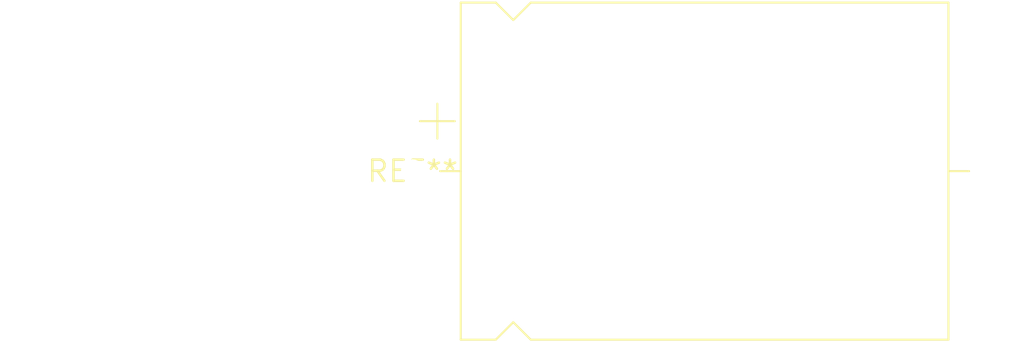
<source format=kicad_pcb>
(kicad_pcb (version 20240108) (generator pcbnew)
  (layers (0 "F.Cu" signal) (31 "B.Cu" signal) (34 "B.Paste" user) (35 "F.Paste" user) (36 "B.SilkS" user "B.Silkscreen") (37 "F.SilkS" user "F.Silkscreen") (38 "B.Mask" user) (39 "F.Mask" user) (44 "Edge.Cuts" user))
  (net 0 "")
  (footprint "CP_Axial_L29.0mm_D20.0mm_P35.00mm_Horizontal" (layer "F.Cu") (at 0 0)
    (property "Reference" "REF**")
    (property "Value" "CP_Axial_L29.0mm_D20.0mm_P35.00mm_Horizontal")
    (fp_line (start 0.43 -3) (end 2.53 -3) (layer "F.SilkS") (stroke (width 0.12)))
    (fp_line (start 1.48 -4.05) (end 1.48 -1.95) (layer "F.SilkS") (stroke (width 0.12)))
    (fp_line (start 1.64 0) (end 2.88 0) (layer "F.SilkS") (stroke (width 0.12)))
    (fp_line (start 2.88 -10.12) (end 2.88 10.12) (layer "F.SilkS") (stroke (width 0.12)))
    (fp_line (start 2.88 -10.12) (end 4.98 -10.12) (layer "F.SilkS") (stroke (width 0.12)))
    (fp_line (start 2.88 10.12) (end 4.98 10.12) (layer "F.SilkS") (stroke (width 0.12)))
    (fp_line (start 4.98 -10.12) (end 6.03 -9.07) (layer "F.SilkS") (stroke (width 0.12)))
    (fp_line (start 4.98 10.12) (end 6.03 9.07) (layer "F.SilkS") (stroke (width 0.12)))
    (fp_line (start 6.03 -9.07) (end 7.08 -10.12) (layer "F.SilkS") (stroke (width 0.12)))
    (fp_line (start 6.03 9.07) (end 7.08 10.12) (layer "F.SilkS") (stroke (width 0.12)))
    (fp_line (start 7.08 -10.12) (end 32.12 -10.12) (layer "F.SilkS") (stroke (width 0.12)))
    (fp_line (start 7.08 10.12) (end 32.12 10.12) (layer "F.SilkS") (stroke (width 0.12)))
    (fp_line (start 32.12 -10.12) (end 32.12 10.12) (layer "F.SilkS") (stroke (width 0.12)))
    (fp_line (start 33.36 0) (end 32.12 0) (layer "F.SilkS") (stroke (width 0.12)))
    (pad "1" thru_hole rect (at 0 0) (size 2.8 2.8) (drill 1.4) (layers *.Cu *.Mask) (remove_unused_layers))
    (pad "2" thru_hole oval (at 35 0) (size 2.8 2.8) (drill 1.4) (layers *.Cu *.Mask) (remove_unused_layers))
  )
)
</source>
